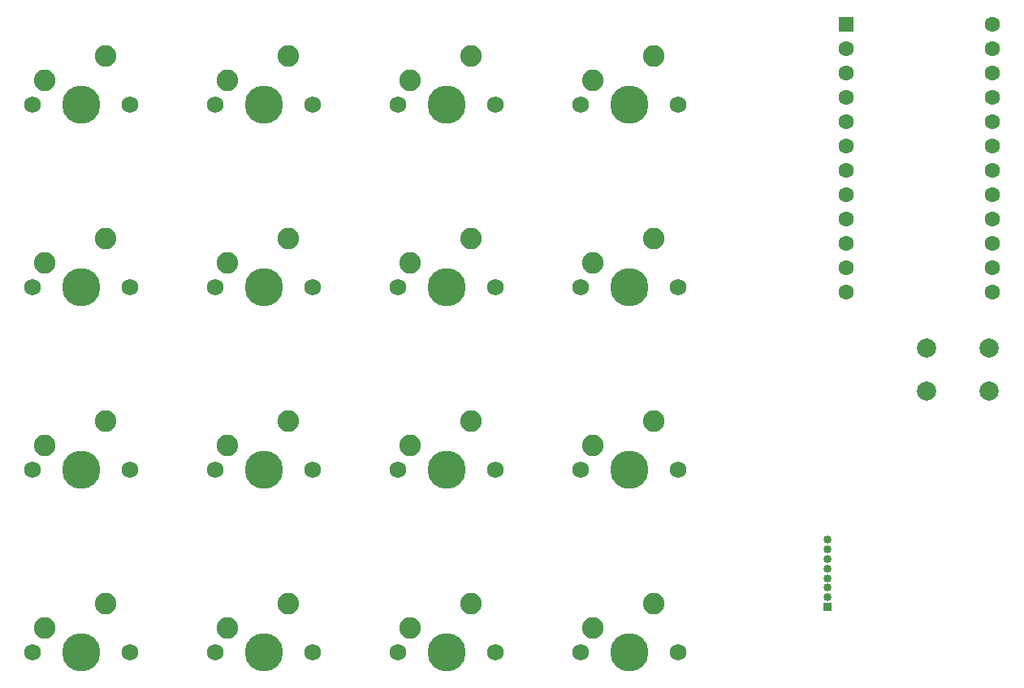
<source format=gbs>
G04 #@! TF.GenerationSoftware,KiCad,Pcbnew,(5.1.9-0-10_14)*
G04 #@! TF.CreationDate,2021-01-09T15:48:10-06:00*
G04 #@! TF.ProjectId,16-key,31362d6b-6579-42e6-9b69-6361645f7063,rev?*
G04 #@! TF.SameCoordinates,Original*
G04 #@! TF.FileFunction,Soldermask,Bot*
G04 #@! TF.FilePolarity,Negative*
%FSLAX46Y46*%
G04 Gerber Fmt 4.6, Leading zero omitted, Abs format (unit mm)*
G04 Created by KiCad (PCBNEW (5.1.9-0-10_14)) date 2021-01-09 15:48:10*
%MOMM*%
%LPD*%
G01*
G04 APERTURE LIST*
%ADD10O,0.850000X0.850000*%
%ADD11R,0.850000X0.850000*%
%ADD12C,1.600000*%
%ADD13R,1.600000X1.600000*%
%ADD14C,2.000000*%
%ADD15C,2.250000*%
%ADD16C,3.987800*%
%ADD17C,1.750000*%
G04 APERTURE END LIST*
D10*
G04 #@! TO.C,MICROSD1*
X173831250Y-78725000D03*
X173831250Y-79725000D03*
X173831250Y-80725000D03*
X173831250Y-81725000D03*
X173831250Y-82725000D03*
X173831250Y-83725000D03*
X173831250Y-84725000D03*
D11*
X173831250Y-85725000D03*
G04 #@! TD*
D12*
G04 #@! TO.C,U1*
X190976250Y-24923750D03*
X190976250Y-27463750D03*
X190976250Y-30003750D03*
X190976250Y-32543750D03*
X190976250Y-35083750D03*
X190976250Y-37623750D03*
X190976250Y-40163750D03*
X190976250Y-42703750D03*
X190976250Y-45243750D03*
X190976250Y-47783750D03*
X190976250Y-50323750D03*
X190976250Y-52863750D03*
X175736250Y-52863750D03*
X175736250Y-50323750D03*
X175736250Y-47783750D03*
X175736250Y-45243750D03*
X175736250Y-42703750D03*
X175736250Y-40163750D03*
X175736250Y-37623750D03*
X175736250Y-35083750D03*
X175736250Y-32543750D03*
X175736250Y-30003750D03*
X175736250Y-27463750D03*
D13*
X175736250Y-24923750D03*
G04 #@! TD*
D14*
G04 #@! TO.C,RESET1*
X190650000Y-58737500D03*
X190650000Y-63237500D03*
X184150000Y-58737500D03*
X184150000Y-63237500D03*
G04 #@! TD*
D15*
G04 #@! TO.C,MX16*
X155733750Y-85407500D03*
D16*
X153193750Y-90487500D03*
D15*
X149383750Y-87947500D03*
D17*
X148113750Y-90487500D03*
X158273750Y-90487500D03*
G04 #@! TD*
D15*
G04 #@! TO.C,MX15*
X136683750Y-85407500D03*
D16*
X134143750Y-90487500D03*
D15*
X130333750Y-87947500D03*
D17*
X129063750Y-90487500D03*
X139223750Y-90487500D03*
G04 #@! TD*
D15*
G04 #@! TO.C,MX14*
X117633750Y-85407500D03*
D16*
X115093750Y-90487500D03*
D15*
X111283750Y-87947500D03*
D17*
X110013750Y-90487500D03*
X120173750Y-90487500D03*
G04 #@! TD*
D15*
G04 #@! TO.C,MX13*
X98583750Y-85407500D03*
D16*
X96043750Y-90487500D03*
D15*
X92233750Y-87947500D03*
D17*
X90963750Y-90487500D03*
X101123750Y-90487500D03*
G04 #@! TD*
D15*
G04 #@! TO.C,MX12*
X155733750Y-66357500D03*
D16*
X153193750Y-71437500D03*
D15*
X149383750Y-68897500D03*
D17*
X148113750Y-71437500D03*
X158273750Y-71437500D03*
G04 #@! TD*
D15*
G04 #@! TO.C,MX11*
X136683750Y-66357500D03*
D16*
X134143750Y-71437500D03*
D15*
X130333750Y-68897500D03*
D17*
X129063750Y-71437500D03*
X139223750Y-71437500D03*
G04 #@! TD*
D15*
G04 #@! TO.C,MX10*
X117633750Y-66357500D03*
D16*
X115093750Y-71437500D03*
D15*
X111283750Y-68897500D03*
D17*
X110013750Y-71437500D03*
X120173750Y-71437500D03*
G04 #@! TD*
D15*
G04 #@! TO.C,MX9*
X98583750Y-66357500D03*
D16*
X96043750Y-71437500D03*
D15*
X92233750Y-68897500D03*
D17*
X90963750Y-71437500D03*
X101123750Y-71437500D03*
G04 #@! TD*
D15*
G04 #@! TO.C,MX8*
X155733750Y-47307500D03*
D16*
X153193750Y-52387500D03*
D15*
X149383750Y-49847500D03*
D17*
X148113750Y-52387500D03*
X158273750Y-52387500D03*
G04 #@! TD*
D15*
G04 #@! TO.C,MX7*
X136683750Y-47307500D03*
D16*
X134143750Y-52387500D03*
D15*
X130333750Y-49847500D03*
D17*
X129063750Y-52387500D03*
X139223750Y-52387500D03*
G04 #@! TD*
D15*
G04 #@! TO.C,MX6*
X117633750Y-47307500D03*
D16*
X115093750Y-52387500D03*
D15*
X111283750Y-49847500D03*
D17*
X110013750Y-52387500D03*
X120173750Y-52387500D03*
G04 #@! TD*
D15*
G04 #@! TO.C,MX5*
X98583750Y-47307500D03*
D16*
X96043750Y-52387500D03*
D15*
X92233750Y-49847500D03*
D17*
X90963750Y-52387500D03*
X101123750Y-52387500D03*
G04 #@! TD*
D15*
G04 #@! TO.C,MX4*
X155733750Y-28257500D03*
D16*
X153193750Y-33337500D03*
D15*
X149383750Y-30797500D03*
D17*
X148113750Y-33337500D03*
X158273750Y-33337500D03*
G04 #@! TD*
D15*
G04 #@! TO.C,MX3*
X136683750Y-28257500D03*
D16*
X134143750Y-33337500D03*
D15*
X130333750Y-30797500D03*
D17*
X129063750Y-33337500D03*
X139223750Y-33337500D03*
G04 #@! TD*
D15*
G04 #@! TO.C,MX2*
X117633750Y-28257500D03*
D16*
X115093750Y-33337500D03*
D15*
X111283750Y-30797500D03*
D17*
X110013750Y-33337500D03*
X120173750Y-33337500D03*
G04 #@! TD*
D15*
G04 #@! TO.C,MX1*
X98583750Y-28257500D03*
D16*
X96043750Y-33337500D03*
D15*
X92233750Y-30797500D03*
D17*
X90963750Y-33337500D03*
X101123750Y-33337500D03*
G04 #@! TD*
M02*

</source>
